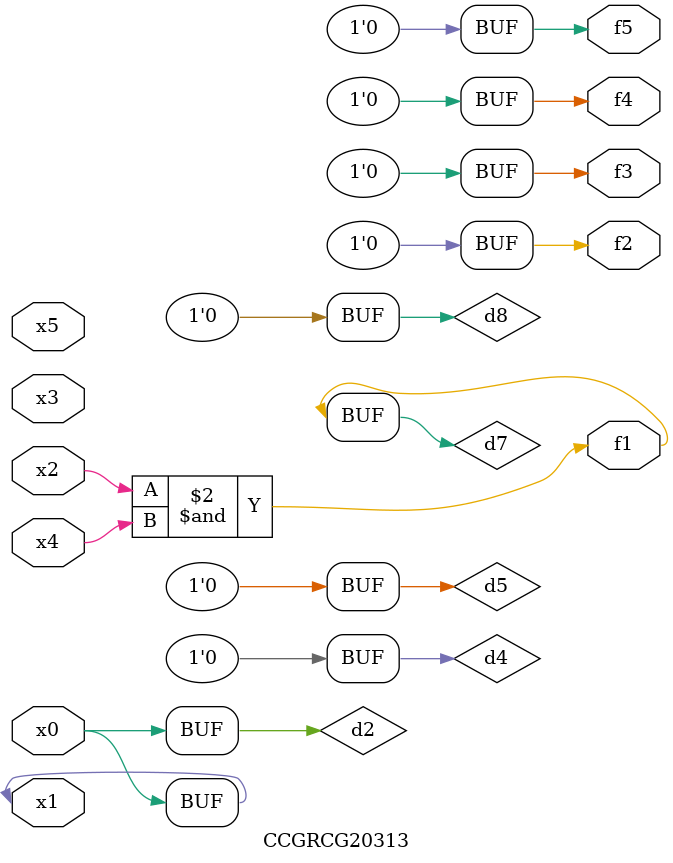
<source format=v>
module CCGRCG20313(
	input x0, x1, x2, x3, x4, x5,
	output f1, f2, f3, f4, f5
);

	wire d1, d2, d3, d4, d5, d6, d7, d8, d9;

	nand (d1, x1);
	buf (d2, x0, x1);
	nand (d3, x2, x4);
	and (d4, d1, d2);
	and (d5, d1, d2);
	nand (d6, d1, d3);
	not (d7, d3);
	xor (d8, d5);
	nor (d9, d5, d6);
	assign f1 = d7;
	assign f2 = d8;
	assign f3 = d8;
	assign f4 = d8;
	assign f5 = d8;
endmodule

</source>
